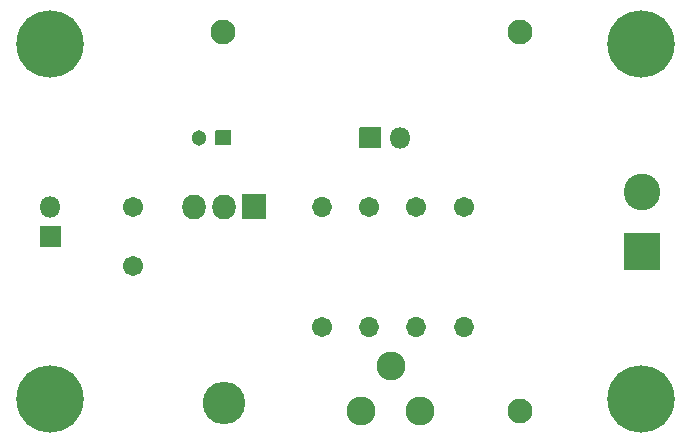
<source format=gbr>
G04 #@! TF.GenerationSoftware,KiCad,Pcbnew,(5.1.9)-1*
G04 #@! TF.CreationDate,2021-05-11T22:08:25+03:00*
G04 #@! TF.ProjectId,VariablePS,56617269-6162-46c6-9550-532e6b696361,1.0*
G04 #@! TF.SameCoordinates,Original*
G04 #@! TF.FileFunction,Soldermask,Bot*
G04 #@! TF.FilePolarity,Negative*
%FSLAX46Y46*%
G04 Gerber Fmt 4.6, Leading zero omitted, Abs format (unit mm)*
G04 Created by KiCad (PCBNEW (5.1.9)-1) date 2021-05-11 22:08:25*
%MOMM*%
%LPD*%
G01*
G04 APERTURE LIST*
%ADD10C,2.442000*%
%ADD11O,2.007000X2.102000*%
%ADD12O,3.602000X3.602000*%
%ADD13C,2.102000*%
%ADD14O,1.702000X1.702000*%
%ADD15C,1.702000*%
%ADD16O,1.802000X1.802000*%
%ADD17C,3.102000*%
%ADD18C,5.702000*%
%ADD19C,1.302000*%
G04 APERTURE END LIST*
D10*
X111518000Y-76302000D03*
X114018000Y-72502000D03*
X116518000Y-76302000D03*
D11*
X97370000Y-59030000D03*
X99910000Y-59030000D03*
G36*
G01*
X103453500Y-58030000D02*
X103453500Y-60030000D01*
G75*
G02*
X103402500Y-60081000I-51000J0D01*
G01*
X101497500Y-60081000D01*
G75*
G02*
X101446500Y-60030000I0J51000D01*
G01*
X101446500Y-58030000D01*
G75*
G02*
X101497500Y-57979000I51000J0D01*
G01*
X103402500Y-57979000D01*
G75*
G02*
X103453500Y-58030000I0J-51000D01*
G01*
G37*
D12*
X99910000Y-75690000D03*
D13*
X124980000Y-76312000D03*
X124980000Y-44288000D03*
X99834000Y-44288000D03*
D14*
X108216000Y-59040000D03*
D15*
X108216000Y-69200000D03*
D14*
X120200000Y-69200000D03*
D15*
X120200000Y-59040000D03*
D14*
X112200000Y-69200000D03*
D15*
X112200000Y-59040000D03*
D14*
X116200000Y-69200000D03*
D15*
X116200000Y-59040000D03*
D16*
X114820000Y-53198000D03*
G36*
G01*
X113130000Y-54099000D02*
X111430000Y-54099000D01*
G75*
G02*
X111379000Y-54048000I0J51000D01*
G01*
X111379000Y-52348000D01*
G75*
G02*
X111430000Y-52297000I51000J0D01*
G01*
X113130000Y-52297000D01*
G75*
G02*
X113181000Y-52348000I0J-51000D01*
G01*
X113181000Y-54048000D01*
G75*
G02*
X113130000Y-54099000I-51000J0D01*
G01*
G37*
X85200000Y-59030000D03*
G36*
G01*
X86101000Y-60720000D02*
X86101000Y-62420000D01*
G75*
G02*
X86050000Y-62471000I-51000J0D01*
G01*
X84350000Y-62471000D01*
G75*
G02*
X84299000Y-62420000I0J51000D01*
G01*
X84299000Y-60720000D01*
G75*
G02*
X84350000Y-60669000I51000J0D01*
G01*
X86050000Y-60669000D01*
G75*
G02*
X86101000Y-60720000I0J-51000D01*
G01*
G37*
D17*
X135300000Y-57760000D03*
G36*
G01*
X136800000Y-64391000D02*
X133800000Y-64391000D01*
G75*
G02*
X133749000Y-64340000I0J51000D01*
G01*
X133749000Y-61340000D01*
G75*
G02*
X133800000Y-61289000I51000J0D01*
G01*
X136800000Y-61289000D01*
G75*
G02*
X136851000Y-61340000I0J-51000D01*
G01*
X136851000Y-64340000D01*
G75*
G02*
X136800000Y-64391000I-51000J0D01*
G01*
G37*
D18*
X135200000Y-45300000D03*
X85200000Y-45300000D03*
X135200000Y-75300000D03*
X85200000Y-75300000D03*
D19*
X97834000Y-53198000D03*
G36*
G01*
X100485000Y-52597999D02*
X100485000Y-53798001D01*
G75*
G02*
X100434001Y-53849000I-50999J0D01*
G01*
X99233999Y-53849000D01*
G75*
G02*
X99183000Y-53798001I0J50999D01*
G01*
X99183000Y-52597999D01*
G75*
G02*
X99233999Y-52547000I50999J0D01*
G01*
X100434001Y-52547000D01*
G75*
G02*
X100485000Y-52597999I0J-50999D01*
G01*
G37*
D15*
X92200000Y-64030000D03*
X92200000Y-59030000D03*
M02*

</source>
